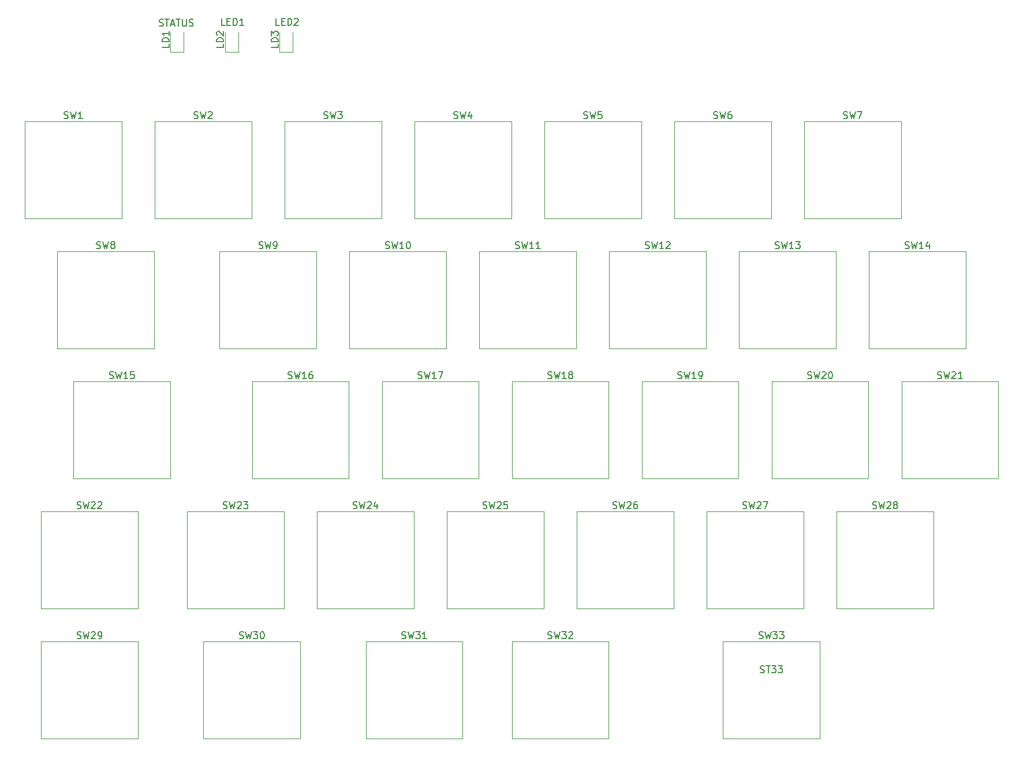
<source format=gbr>
%TF.GenerationSoftware,KiCad,Pcbnew,5.1.10*%
%TF.CreationDate,2021-08-04T23:16:11+02:00*%
%TF.ProjectId,keyboard,6b657962-6f61-4726-942e-6b696361645f,rev?*%
%TF.SameCoordinates,Original*%
%TF.FileFunction,Legend,Top*%
%TF.FilePolarity,Positive*%
%FSLAX46Y46*%
G04 Gerber Fmt 4.6, Leading zero omitted, Abs format (unit mm)*
G04 Created by KiCad (PCBNEW 5.1.10) date 2021-08-04 23:16:11*
%MOMM*%
%LPD*%
G01*
G04 APERTURE LIST*
%ADD10C,0.150000*%
%ADD11C,0.120000*%
G04 APERTURE END LIST*
D10*
X91988409Y-46531361D02*
X92131266Y-46578980D01*
X92369361Y-46578980D01*
X92464600Y-46531361D01*
X92512219Y-46483742D01*
X92559838Y-46388504D01*
X92559838Y-46293266D01*
X92512219Y-46198028D01*
X92464600Y-46150409D01*
X92369361Y-46102790D01*
X92178885Y-46055171D01*
X92083647Y-46007552D01*
X92036028Y-45959933D01*
X91988409Y-45864695D01*
X91988409Y-45769457D01*
X92036028Y-45674219D01*
X92083647Y-45626600D01*
X92178885Y-45578980D01*
X92416980Y-45578980D01*
X92559838Y-45626600D01*
X92845552Y-45578980D02*
X93416980Y-45578980D01*
X93131266Y-46578980D02*
X93131266Y-45578980D01*
X93702695Y-46293266D02*
X94178885Y-46293266D01*
X93607457Y-46578980D02*
X93940790Y-45578980D01*
X94274123Y-46578980D01*
X94464600Y-45578980D02*
X95036028Y-45578980D01*
X94750314Y-46578980D02*
X94750314Y-45578980D01*
X95369361Y-45578980D02*
X95369361Y-46388504D01*
X95416980Y-46483742D01*
X95464600Y-46531361D01*
X95559838Y-46578980D01*
X95750314Y-46578980D01*
X95845552Y-46531361D01*
X95893171Y-46483742D01*
X95940790Y-46388504D01*
X95940790Y-45578980D01*
X96369361Y-46531361D02*
X96512219Y-46578980D01*
X96750314Y-46578980D01*
X96845552Y-46531361D01*
X96893171Y-46483742D01*
X96940790Y-46388504D01*
X96940790Y-46293266D01*
X96893171Y-46198028D01*
X96845552Y-46150409D01*
X96750314Y-46102790D01*
X96559838Y-46055171D01*
X96464600Y-46007552D01*
X96416980Y-45959933D01*
X96369361Y-45864695D01*
X96369361Y-45769457D01*
X96416980Y-45674219D01*
X96464600Y-45626600D01*
X96559838Y-45578980D01*
X96797933Y-45578980D01*
X96940790Y-45626600D01*
X101600552Y-46451980D02*
X101124361Y-46451980D01*
X101124361Y-45451980D01*
X101933885Y-45928171D02*
X102267219Y-45928171D01*
X102410076Y-46451980D02*
X101933885Y-46451980D01*
X101933885Y-45451980D01*
X102410076Y-45451980D01*
X102838647Y-46451980D02*
X102838647Y-45451980D01*
X103076742Y-45451980D01*
X103219600Y-45499600D01*
X103314838Y-45594838D01*
X103362457Y-45690076D01*
X103410076Y-45880552D01*
X103410076Y-46023409D01*
X103362457Y-46213885D01*
X103314838Y-46309123D01*
X103219600Y-46404361D01*
X103076742Y-46451980D01*
X102838647Y-46451980D01*
X104362457Y-46451980D02*
X103791028Y-46451980D01*
X104076742Y-46451980D02*
X104076742Y-45451980D01*
X103981504Y-45594838D01*
X103886266Y-45690076D01*
X103791028Y-45737695D01*
X109601552Y-46451980D02*
X109125361Y-46451980D01*
X109125361Y-45451980D01*
X109934885Y-45928171D02*
X110268219Y-45928171D01*
X110411076Y-46451980D02*
X109934885Y-46451980D01*
X109934885Y-45451980D01*
X110411076Y-45451980D01*
X110839647Y-46451980D02*
X110839647Y-45451980D01*
X111077742Y-45451980D01*
X111220600Y-45499600D01*
X111315838Y-45594838D01*
X111363457Y-45690076D01*
X111411076Y-45880552D01*
X111411076Y-46023409D01*
X111363457Y-46213885D01*
X111315838Y-46309123D01*
X111220600Y-46404361D01*
X111077742Y-46451980D01*
X110839647Y-46451980D01*
X111792028Y-45547219D02*
X111839647Y-45499600D01*
X111934885Y-45451980D01*
X112172980Y-45451980D01*
X112268219Y-45499600D01*
X112315838Y-45547219D01*
X112363457Y-45642457D01*
X112363457Y-45737695D01*
X112315838Y-45880552D01*
X111744409Y-46451980D01*
X112363457Y-46451980D01*
D11*
%TO.C,LD3*%
X109632600Y-47539600D02*
X109632600Y-50399600D01*
X109632600Y-50399600D02*
X111552600Y-50399600D01*
X111552600Y-50399600D02*
X111552600Y-47539600D01*
%TO.C,LD2*%
X101632600Y-47539600D02*
X101632600Y-50399600D01*
X101632600Y-50399600D02*
X103552600Y-50399600D01*
X103552600Y-50399600D02*
X103552600Y-47539600D01*
%TO.C,LD1*%
X95552600Y-50399600D02*
X95552600Y-47539600D01*
X93632600Y-50399600D02*
X95552600Y-50399600D01*
X93632600Y-47539600D02*
X93632600Y-50399600D01*
%TO.C,SW9*%
X100831000Y-79622000D02*
X100831000Y-93822000D01*
X100831000Y-93822000D02*
X115031000Y-93822000D01*
X115031000Y-93822000D02*
X115031000Y-79622000D01*
X115031000Y-79622000D02*
X100831000Y-79622000D01*
%TO.C,SW8*%
X77018500Y-79622000D02*
X77018500Y-93822000D01*
X77018500Y-93822000D02*
X91218500Y-93822000D01*
X91218500Y-93822000D02*
X91218500Y-79622000D01*
X91218500Y-79622000D02*
X77018500Y-79622000D01*
%TO.C,SW7*%
X186556000Y-60572000D02*
X186556000Y-74772000D01*
X186556000Y-74772000D02*
X200756000Y-74772000D01*
X200756000Y-74772000D02*
X200756000Y-60572000D01*
X200756000Y-60572000D02*
X186556000Y-60572000D01*
%TO.C,SW6*%
X167506000Y-60572000D02*
X167506000Y-74772000D01*
X167506000Y-74772000D02*
X181706000Y-74772000D01*
X181706000Y-74772000D02*
X181706000Y-60572000D01*
X181706000Y-60572000D02*
X167506000Y-60572000D01*
%TO.C,SW5*%
X148456000Y-60572000D02*
X148456000Y-74772000D01*
X148456000Y-74772000D02*
X162656000Y-74772000D01*
X162656000Y-74772000D02*
X162656000Y-60572000D01*
X162656000Y-60572000D02*
X148456000Y-60572000D01*
%TO.C,SW4*%
X129406000Y-60572000D02*
X129406000Y-74772000D01*
X129406000Y-74772000D02*
X143606000Y-74772000D01*
X143606000Y-74772000D02*
X143606000Y-60572000D01*
X143606000Y-60572000D02*
X129406000Y-60572000D01*
%TO.C,SW33*%
X174649750Y-136772000D02*
X174649750Y-150972000D01*
X174649750Y-150972000D02*
X188849750Y-150972000D01*
X188849750Y-150972000D02*
X188849750Y-136772000D01*
X188849750Y-136772000D02*
X174649750Y-136772000D01*
%TO.C,SW32*%
X143693500Y-136772000D02*
X143693500Y-150972000D01*
X143693500Y-150972000D02*
X157893500Y-150972000D01*
X157893500Y-150972000D02*
X157893500Y-136772000D01*
X157893500Y-136772000D02*
X143693500Y-136772000D01*
%TO.C,SW31*%
X122262250Y-136772000D02*
X122262250Y-150972000D01*
X122262250Y-150972000D02*
X136462250Y-150972000D01*
X136462250Y-150972000D02*
X136462250Y-136772000D01*
X136462250Y-136772000D02*
X122262250Y-136772000D01*
%TO.C,SW30*%
X98449750Y-136772000D02*
X98449750Y-150972000D01*
X98449750Y-150972000D02*
X112649750Y-150972000D01*
X112649750Y-150972000D02*
X112649750Y-136772000D01*
X112649750Y-136772000D02*
X98449750Y-136772000D01*
%TO.C,SW3*%
X110356000Y-60572000D02*
X110356000Y-74772000D01*
X110356000Y-74772000D02*
X124556000Y-74772000D01*
X124556000Y-74772000D02*
X124556000Y-60572000D01*
X124556000Y-60572000D02*
X110356000Y-60572000D01*
%TO.C,SW29*%
X74637250Y-136772000D02*
X74637250Y-150972000D01*
X74637250Y-150972000D02*
X88837250Y-150972000D01*
X88837250Y-150972000D02*
X88837250Y-136772000D01*
X88837250Y-136772000D02*
X74637250Y-136772000D01*
%TO.C,SW28*%
X191318500Y-117722000D02*
X191318500Y-131922000D01*
X191318500Y-131922000D02*
X205518500Y-131922000D01*
X205518500Y-131922000D02*
X205518500Y-117722000D01*
X205518500Y-117722000D02*
X191318500Y-117722000D01*
%TO.C,SW27*%
X172268500Y-117722000D02*
X172268500Y-131922000D01*
X172268500Y-131922000D02*
X186468500Y-131922000D01*
X186468500Y-131922000D02*
X186468500Y-117722000D01*
X186468500Y-117722000D02*
X172268500Y-117722000D01*
%TO.C,SW26*%
X153218500Y-117722000D02*
X153218500Y-131922000D01*
X153218500Y-131922000D02*
X167418500Y-131922000D01*
X167418500Y-131922000D02*
X167418500Y-117722000D01*
X167418500Y-117722000D02*
X153218500Y-117722000D01*
%TO.C,SW25*%
X134168500Y-117722000D02*
X134168500Y-131922000D01*
X134168500Y-131922000D02*
X148368500Y-131922000D01*
X148368500Y-131922000D02*
X148368500Y-117722000D01*
X148368500Y-117722000D02*
X134168500Y-117722000D01*
%TO.C,SW24*%
X115118500Y-117722000D02*
X115118500Y-131922000D01*
X115118500Y-131922000D02*
X129318500Y-131922000D01*
X129318500Y-131922000D02*
X129318500Y-117722000D01*
X129318500Y-117722000D02*
X115118500Y-117722000D01*
%TO.C,SW23*%
X96068500Y-117722000D02*
X96068500Y-131922000D01*
X96068500Y-131922000D02*
X110268500Y-131922000D01*
X110268500Y-131922000D02*
X110268500Y-117722000D01*
X110268500Y-117722000D02*
X96068500Y-117722000D01*
%TO.C,SW22*%
X74637250Y-117722000D02*
X74637250Y-131922000D01*
X74637250Y-131922000D02*
X88837250Y-131922000D01*
X88837250Y-131922000D02*
X88837250Y-117722000D01*
X88837250Y-117722000D02*
X74637250Y-117722000D01*
%TO.C,SW21*%
X200843500Y-98672000D02*
X200843500Y-112872000D01*
X200843500Y-112872000D02*
X215043500Y-112872000D01*
X215043500Y-112872000D02*
X215043500Y-98672000D01*
X215043500Y-98672000D02*
X200843500Y-98672000D01*
%TO.C,SW20*%
X181793500Y-98672000D02*
X181793500Y-112872000D01*
X181793500Y-112872000D02*
X195993500Y-112872000D01*
X195993500Y-112872000D02*
X195993500Y-98672000D01*
X195993500Y-98672000D02*
X181793500Y-98672000D01*
%TO.C,SW2*%
X91306000Y-60572000D02*
X91306000Y-74772000D01*
X91306000Y-74772000D02*
X105506000Y-74772000D01*
X105506000Y-74772000D02*
X105506000Y-60572000D01*
X105506000Y-60572000D02*
X91306000Y-60572000D01*
%TO.C,SW19*%
X162743500Y-98672000D02*
X162743500Y-112872000D01*
X162743500Y-112872000D02*
X176943500Y-112872000D01*
X176943500Y-112872000D02*
X176943500Y-98672000D01*
X176943500Y-98672000D02*
X162743500Y-98672000D01*
%TO.C,SW18*%
X143693500Y-98672000D02*
X143693500Y-112872000D01*
X143693500Y-112872000D02*
X157893500Y-112872000D01*
X157893500Y-112872000D02*
X157893500Y-98672000D01*
X157893500Y-98672000D02*
X143693500Y-98672000D01*
%TO.C,SW17*%
X124643500Y-98672000D02*
X124643500Y-112872000D01*
X124643500Y-112872000D02*
X138843500Y-112872000D01*
X138843500Y-112872000D02*
X138843500Y-98672000D01*
X138843500Y-98672000D02*
X124643500Y-98672000D01*
%TO.C,SW16*%
X105593500Y-98672000D02*
X105593500Y-112872000D01*
X105593500Y-112872000D02*
X119793500Y-112872000D01*
X119793500Y-112872000D02*
X119793500Y-98672000D01*
X119793500Y-98672000D02*
X105593500Y-98672000D01*
%TO.C,SW15*%
X79399750Y-98672000D02*
X79399750Y-112872000D01*
X79399750Y-112872000D02*
X93599750Y-112872000D01*
X93599750Y-112872000D02*
X93599750Y-98672000D01*
X93599750Y-98672000D02*
X79399750Y-98672000D01*
%TO.C,SW14*%
X196081000Y-79622000D02*
X196081000Y-93822000D01*
X196081000Y-93822000D02*
X210281000Y-93822000D01*
X210281000Y-93822000D02*
X210281000Y-79622000D01*
X210281000Y-79622000D02*
X196081000Y-79622000D01*
%TO.C,SW13*%
X177031000Y-79622000D02*
X177031000Y-93822000D01*
X177031000Y-93822000D02*
X191231000Y-93822000D01*
X191231000Y-93822000D02*
X191231000Y-79622000D01*
X191231000Y-79622000D02*
X177031000Y-79622000D01*
%TO.C,SW12*%
X157981000Y-79622000D02*
X157981000Y-93822000D01*
X157981000Y-93822000D02*
X172181000Y-93822000D01*
X172181000Y-93822000D02*
X172181000Y-79622000D01*
X172181000Y-79622000D02*
X157981000Y-79622000D01*
%TO.C,SW11*%
X138931000Y-79622000D02*
X138931000Y-93822000D01*
X138931000Y-93822000D02*
X153131000Y-93822000D01*
X153131000Y-93822000D02*
X153131000Y-79622000D01*
X153131000Y-79622000D02*
X138931000Y-79622000D01*
%TO.C,SW10*%
X119881000Y-79622000D02*
X119881000Y-93822000D01*
X119881000Y-93822000D02*
X134081000Y-93822000D01*
X134081000Y-93822000D02*
X134081000Y-79622000D01*
X134081000Y-79622000D02*
X119881000Y-79622000D01*
%TO.C,SW1*%
X72256000Y-60572000D02*
X72256000Y-74772000D01*
X72256000Y-74772000D02*
X86456000Y-74772000D01*
X86456000Y-74772000D02*
X86456000Y-60572000D01*
X86456000Y-60572000D02*
X72256000Y-60572000D01*
%TO.C,LD3*%
D10*
X109394980Y-49206266D02*
X109394980Y-49682457D01*
X108394980Y-49682457D01*
X109394980Y-48872933D02*
X108394980Y-48872933D01*
X108394980Y-48634838D01*
X108442600Y-48491980D01*
X108537838Y-48396742D01*
X108633076Y-48349123D01*
X108823552Y-48301504D01*
X108966409Y-48301504D01*
X109156885Y-48349123D01*
X109252123Y-48396742D01*
X109347361Y-48491980D01*
X109394980Y-48634838D01*
X109394980Y-48872933D01*
X108394980Y-47968171D02*
X108394980Y-47349123D01*
X108775933Y-47682457D01*
X108775933Y-47539600D01*
X108823552Y-47444361D01*
X108871171Y-47396742D01*
X108966409Y-47349123D01*
X109204504Y-47349123D01*
X109299742Y-47396742D01*
X109347361Y-47444361D01*
X109394980Y-47539600D01*
X109394980Y-47825314D01*
X109347361Y-47920552D01*
X109299742Y-47968171D01*
%TO.C,LD2*%
X101394980Y-49206266D02*
X101394980Y-49682457D01*
X100394980Y-49682457D01*
X101394980Y-48872933D02*
X100394980Y-48872933D01*
X100394980Y-48634838D01*
X100442600Y-48491980D01*
X100537838Y-48396742D01*
X100633076Y-48349123D01*
X100823552Y-48301504D01*
X100966409Y-48301504D01*
X101156885Y-48349123D01*
X101252123Y-48396742D01*
X101347361Y-48491980D01*
X101394980Y-48634838D01*
X101394980Y-48872933D01*
X100490219Y-47920552D02*
X100442600Y-47872933D01*
X100394980Y-47777695D01*
X100394980Y-47539600D01*
X100442600Y-47444361D01*
X100490219Y-47396742D01*
X100585457Y-47349123D01*
X100680695Y-47349123D01*
X100823552Y-47396742D01*
X101394980Y-47968171D01*
X101394980Y-47349123D01*
%TO.C,LD1*%
X93394980Y-49206266D02*
X93394980Y-49682457D01*
X92394980Y-49682457D01*
X93394980Y-48872933D02*
X92394980Y-48872933D01*
X92394980Y-48634838D01*
X92442600Y-48491980D01*
X92537838Y-48396742D01*
X92633076Y-48349123D01*
X92823552Y-48301504D01*
X92966409Y-48301504D01*
X93156885Y-48349123D01*
X93252123Y-48396742D01*
X93347361Y-48491980D01*
X93394980Y-48634838D01*
X93394980Y-48872933D01*
X93394980Y-47349123D02*
X93394980Y-47920552D01*
X93394980Y-47634838D02*
X92394980Y-47634838D01*
X92537838Y-47730076D01*
X92633076Y-47825314D01*
X92680695Y-47920552D01*
%TO.C,SW9*%
X106597666Y-79126761D02*
X106740523Y-79174380D01*
X106978619Y-79174380D01*
X107073857Y-79126761D01*
X107121476Y-79079142D01*
X107169095Y-78983904D01*
X107169095Y-78888666D01*
X107121476Y-78793428D01*
X107073857Y-78745809D01*
X106978619Y-78698190D01*
X106788142Y-78650571D01*
X106692904Y-78602952D01*
X106645285Y-78555333D01*
X106597666Y-78460095D01*
X106597666Y-78364857D01*
X106645285Y-78269619D01*
X106692904Y-78222000D01*
X106788142Y-78174380D01*
X107026238Y-78174380D01*
X107169095Y-78222000D01*
X107502428Y-78174380D02*
X107740523Y-79174380D01*
X107931000Y-78460095D01*
X108121476Y-79174380D01*
X108359571Y-78174380D01*
X108788142Y-79174380D02*
X108978619Y-79174380D01*
X109073857Y-79126761D01*
X109121476Y-79079142D01*
X109216714Y-78936285D01*
X109264333Y-78745809D01*
X109264333Y-78364857D01*
X109216714Y-78269619D01*
X109169095Y-78222000D01*
X109073857Y-78174380D01*
X108883380Y-78174380D01*
X108788142Y-78222000D01*
X108740523Y-78269619D01*
X108692904Y-78364857D01*
X108692904Y-78602952D01*
X108740523Y-78698190D01*
X108788142Y-78745809D01*
X108883380Y-78793428D01*
X109073857Y-78793428D01*
X109169095Y-78745809D01*
X109216714Y-78698190D01*
X109264333Y-78602952D01*
%TO.C,SW8*%
X82785166Y-79126761D02*
X82928023Y-79174380D01*
X83166119Y-79174380D01*
X83261357Y-79126761D01*
X83308976Y-79079142D01*
X83356595Y-78983904D01*
X83356595Y-78888666D01*
X83308976Y-78793428D01*
X83261357Y-78745809D01*
X83166119Y-78698190D01*
X82975642Y-78650571D01*
X82880404Y-78602952D01*
X82832785Y-78555333D01*
X82785166Y-78460095D01*
X82785166Y-78364857D01*
X82832785Y-78269619D01*
X82880404Y-78222000D01*
X82975642Y-78174380D01*
X83213738Y-78174380D01*
X83356595Y-78222000D01*
X83689928Y-78174380D02*
X83928023Y-79174380D01*
X84118500Y-78460095D01*
X84308976Y-79174380D01*
X84547071Y-78174380D01*
X85070880Y-78602952D02*
X84975642Y-78555333D01*
X84928023Y-78507714D01*
X84880404Y-78412476D01*
X84880404Y-78364857D01*
X84928023Y-78269619D01*
X84975642Y-78222000D01*
X85070880Y-78174380D01*
X85261357Y-78174380D01*
X85356595Y-78222000D01*
X85404214Y-78269619D01*
X85451833Y-78364857D01*
X85451833Y-78412476D01*
X85404214Y-78507714D01*
X85356595Y-78555333D01*
X85261357Y-78602952D01*
X85070880Y-78602952D01*
X84975642Y-78650571D01*
X84928023Y-78698190D01*
X84880404Y-78793428D01*
X84880404Y-78983904D01*
X84928023Y-79079142D01*
X84975642Y-79126761D01*
X85070880Y-79174380D01*
X85261357Y-79174380D01*
X85356595Y-79126761D01*
X85404214Y-79079142D01*
X85451833Y-78983904D01*
X85451833Y-78793428D01*
X85404214Y-78698190D01*
X85356595Y-78650571D01*
X85261357Y-78602952D01*
%TO.C,SW7*%
X192322666Y-60076761D02*
X192465523Y-60124380D01*
X192703619Y-60124380D01*
X192798857Y-60076761D01*
X192846476Y-60029142D01*
X192894095Y-59933904D01*
X192894095Y-59838666D01*
X192846476Y-59743428D01*
X192798857Y-59695809D01*
X192703619Y-59648190D01*
X192513142Y-59600571D01*
X192417904Y-59552952D01*
X192370285Y-59505333D01*
X192322666Y-59410095D01*
X192322666Y-59314857D01*
X192370285Y-59219619D01*
X192417904Y-59172000D01*
X192513142Y-59124380D01*
X192751238Y-59124380D01*
X192894095Y-59172000D01*
X193227428Y-59124380D02*
X193465523Y-60124380D01*
X193656000Y-59410095D01*
X193846476Y-60124380D01*
X194084571Y-59124380D01*
X194370285Y-59124380D02*
X195036952Y-59124380D01*
X194608380Y-60124380D01*
%TO.C,SW6*%
X173272666Y-60076761D02*
X173415523Y-60124380D01*
X173653619Y-60124380D01*
X173748857Y-60076761D01*
X173796476Y-60029142D01*
X173844095Y-59933904D01*
X173844095Y-59838666D01*
X173796476Y-59743428D01*
X173748857Y-59695809D01*
X173653619Y-59648190D01*
X173463142Y-59600571D01*
X173367904Y-59552952D01*
X173320285Y-59505333D01*
X173272666Y-59410095D01*
X173272666Y-59314857D01*
X173320285Y-59219619D01*
X173367904Y-59172000D01*
X173463142Y-59124380D01*
X173701238Y-59124380D01*
X173844095Y-59172000D01*
X174177428Y-59124380D02*
X174415523Y-60124380D01*
X174606000Y-59410095D01*
X174796476Y-60124380D01*
X175034571Y-59124380D01*
X175844095Y-59124380D02*
X175653619Y-59124380D01*
X175558380Y-59172000D01*
X175510761Y-59219619D01*
X175415523Y-59362476D01*
X175367904Y-59552952D01*
X175367904Y-59933904D01*
X175415523Y-60029142D01*
X175463142Y-60076761D01*
X175558380Y-60124380D01*
X175748857Y-60124380D01*
X175844095Y-60076761D01*
X175891714Y-60029142D01*
X175939333Y-59933904D01*
X175939333Y-59695809D01*
X175891714Y-59600571D01*
X175844095Y-59552952D01*
X175748857Y-59505333D01*
X175558380Y-59505333D01*
X175463142Y-59552952D01*
X175415523Y-59600571D01*
X175367904Y-59695809D01*
%TO.C,SW5*%
X154222666Y-60076761D02*
X154365523Y-60124380D01*
X154603619Y-60124380D01*
X154698857Y-60076761D01*
X154746476Y-60029142D01*
X154794095Y-59933904D01*
X154794095Y-59838666D01*
X154746476Y-59743428D01*
X154698857Y-59695809D01*
X154603619Y-59648190D01*
X154413142Y-59600571D01*
X154317904Y-59552952D01*
X154270285Y-59505333D01*
X154222666Y-59410095D01*
X154222666Y-59314857D01*
X154270285Y-59219619D01*
X154317904Y-59172000D01*
X154413142Y-59124380D01*
X154651238Y-59124380D01*
X154794095Y-59172000D01*
X155127428Y-59124380D02*
X155365523Y-60124380D01*
X155556000Y-59410095D01*
X155746476Y-60124380D01*
X155984571Y-59124380D01*
X156841714Y-59124380D02*
X156365523Y-59124380D01*
X156317904Y-59600571D01*
X156365523Y-59552952D01*
X156460761Y-59505333D01*
X156698857Y-59505333D01*
X156794095Y-59552952D01*
X156841714Y-59600571D01*
X156889333Y-59695809D01*
X156889333Y-59933904D01*
X156841714Y-60029142D01*
X156794095Y-60076761D01*
X156698857Y-60124380D01*
X156460761Y-60124380D01*
X156365523Y-60076761D01*
X156317904Y-60029142D01*
%TO.C,SW4*%
X135172666Y-60076761D02*
X135315523Y-60124380D01*
X135553619Y-60124380D01*
X135648857Y-60076761D01*
X135696476Y-60029142D01*
X135744095Y-59933904D01*
X135744095Y-59838666D01*
X135696476Y-59743428D01*
X135648857Y-59695809D01*
X135553619Y-59648190D01*
X135363142Y-59600571D01*
X135267904Y-59552952D01*
X135220285Y-59505333D01*
X135172666Y-59410095D01*
X135172666Y-59314857D01*
X135220285Y-59219619D01*
X135267904Y-59172000D01*
X135363142Y-59124380D01*
X135601238Y-59124380D01*
X135744095Y-59172000D01*
X136077428Y-59124380D02*
X136315523Y-60124380D01*
X136506000Y-59410095D01*
X136696476Y-60124380D01*
X136934571Y-59124380D01*
X137744095Y-59457714D02*
X137744095Y-60124380D01*
X137506000Y-59076761D02*
X137267904Y-59791047D01*
X137886952Y-59791047D01*
%TO.C,SW33*%
X179940226Y-136276761D02*
X180083083Y-136324380D01*
X180321178Y-136324380D01*
X180416416Y-136276761D01*
X180464035Y-136229142D01*
X180511654Y-136133904D01*
X180511654Y-136038666D01*
X180464035Y-135943428D01*
X180416416Y-135895809D01*
X180321178Y-135848190D01*
X180130702Y-135800571D01*
X180035464Y-135752952D01*
X179987845Y-135705333D01*
X179940226Y-135610095D01*
X179940226Y-135514857D01*
X179987845Y-135419619D01*
X180035464Y-135372000D01*
X180130702Y-135324380D01*
X180368797Y-135324380D01*
X180511654Y-135372000D01*
X180844988Y-135324380D02*
X181083083Y-136324380D01*
X181273559Y-135610095D01*
X181464035Y-136324380D01*
X181702130Y-135324380D01*
X181987845Y-135324380D02*
X182606892Y-135324380D01*
X182273559Y-135705333D01*
X182416416Y-135705333D01*
X182511654Y-135752952D01*
X182559273Y-135800571D01*
X182606892Y-135895809D01*
X182606892Y-136133904D01*
X182559273Y-136229142D01*
X182511654Y-136276761D01*
X182416416Y-136324380D01*
X182130702Y-136324380D01*
X182035464Y-136276761D01*
X181987845Y-136229142D01*
X182940226Y-135324380D02*
X183559273Y-135324380D01*
X183225940Y-135705333D01*
X183368797Y-135705333D01*
X183464035Y-135752952D01*
X183511654Y-135800571D01*
X183559273Y-135895809D01*
X183559273Y-136133904D01*
X183511654Y-136229142D01*
X183464035Y-136276761D01*
X183368797Y-136324380D01*
X183083083Y-136324380D01*
X182987845Y-136276761D01*
X182940226Y-136229142D01*
%TO.C,SW32*%
X148983976Y-136276761D02*
X149126833Y-136324380D01*
X149364928Y-136324380D01*
X149460166Y-136276761D01*
X149507785Y-136229142D01*
X149555404Y-136133904D01*
X149555404Y-136038666D01*
X149507785Y-135943428D01*
X149460166Y-135895809D01*
X149364928Y-135848190D01*
X149174452Y-135800571D01*
X149079214Y-135752952D01*
X149031595Y-135705333D01*
X148983976Y-135610095D01*
X148983976Y-135514857D01*
X149031595Y-135419619D01*
X149079214Y-135372000D01*
X149174452Y-135324380D01*
X149412547Y-135324380D01*
X149555404Y-135372000D01*
X149888738Y-135324380D02*
X150126833Y-136324380D01*
X150317309Y-135610095D01*
X150507785Y-136324380D01*
X150745880Y-135324380D01*
X151031595Y-135324380D02*
X151650642Y-135324380D01*
X151317309Y-135705333D01*
X151460166Y-135705333D01*
X151555404Y-135752952D01*
X151603023Y-135800571D01*
X151650642Y-135895809D01*
X151650642Y-136133904D01*
X151603023Y-136229142D01*
X151555404Y-136276761D01*
X151460166Y-136324380D01*
X151174452Y-136324380D01*
X151079214Y-136276761D01*
X151031595Y-136229142D01*
X152031595Y-135419619D02*
X152079214Y-135372000D01*
X152174452Y-135324380D01*
X152412547Y-135324380D01*
X152507785Y-135372000D01*
X152555404Y-135419619D01*
X152603023Y-135514857D01*
X152603023Y-135610095D01*
X152555404Y-135752952D01*
X151983976Y-136324380D01*
X152603023Y-136324380D01*
%TO.C,SW31*%
X127552726Y-136276761D02*
X127695583Y-136324380D01*
X127933678Y-136324380D01*
X128028916Y-136276761D01*
X128076535Y-136229142D01*
X128124154Y-136133904D01*
X128124154Y-136038666D01*
X128076535Y-135943428D01*
X128028916Y-135895809D01*
X127933678Y-135848190D01*
X127743202Y-135800571D01*
X127647964Y-135752952D01*
X127600345Y-135705333D01*
X127552726Y-135610095D01*
X127552726Y-135514857D01*
X127600345Y-135419619D01*
X127647964Y-135372000D01*
X127743202Y-135324380D01*
X127981297Y-135324380D01*
X128124154Y-135372000D01*
X128457488Y-135324380D02*
X128695583Y-136324380D01*
X128886059Y-135610095D01*
X129076535Y-136324380D01*
X129314630Y-135324380D01*
X129600345Y-135324380D02*
X130219392Y-135324380D01*
X129886059Y-135705333D01*
X130028916Y-135705333D01*
X130124154Y-135752952D01*
X130171773Y-135800571D01*
X130219392Y-135895809D01*
X130219392Y-136133904D01*
X130171773Y-136229142D01*
X130124154Y-136276761D01*
X130028916Y-136324380D01*
X129743202Y-136324380D01*
X129647964Y-136276761D01*
X129600345Y-136229142D01*
X131171773Y-136324380D02*
X130600345Y-136324380D01*
X130886059Y-136324380D02*
X130886059Y-135324380D01*
X130790821Y-135467238D01*
X130695583Y-135562476D01*
X130600345Y-135610095D01*
%TO.C,SW30*%
X103740226Y-136276761D02*
X103883083Y-136324380D01*
X104121178Y-136324380D01*
X104216416Y-136276761D01*
X104264035Y-136229142D01*
X104311654Y-136133904D01*
X104311654Y-136038666D01*
X104264035Y-135943428D01*
X104216416Y-135895809D01*
X104121178Y-135848190D01*
X103930702Y-135800571D01*
X103835464Y-135752952D01*
X103787845Y-135705333D01*
X103740226Y-135610095D01*
X103740226Y-135514857D01*
X103787845Y-135419619D01*
X103835464Y-135372000D01*
X103930702Y-135324380D01*
X104168797Y-135324380D01*
X104311654Y-135372000D01*
X104644988Y-135324380D02*
X104883083Y-136324380D01*
X105073559Y-135610095D01*
X105264035Y-136324380D01*
X105502130Y-135324380D01*
X105787845Y-135324380D02*
X106406892Y-135324380D01*
X106073559Y-135705333D01*
X106216416Y-135705333D01*
X106311654Y-135752952D01*
X106359273Y-135800571D01*
X106406892Y-135895809D01*
X106406892Y-136133904D01*
X106359273Y-136229142D01*
X106311654Y-136276761D01*
X106216416Y-136324380D01*
X105930702Y-136324380D01*
X105835464Y-136276761D01*
X105787845Y-136229142D01*
X107025940Y-135324380D02*
X107121178Y-135324380D01*
X107216416Y-135372000D01*
X107264035Y-135419619D01*
X107311654Y-135514857D01*
X107359273Y-135705333D01*
X107359273Y-135943428D01*
X107311654Y-136133904D01*
X107264035Y-136229142D01*
X107216416Y-136276761D01*
X107121178Y-136324380D01*
X107025940Y-136324380D01*
X106930702Y-136276761D01*
X106883083Y-136229142D01*
X106835464Y-136133904D01*
X106787845Y-135943428D01*
X106787845Y-135705333D01*
X106835464Y-135514857D01*
X106883083Y-135419619D01*
X106930702Y-135372000D01*
X107025940Y-135324380D01*
%TO.C,SW3*%
X116122666Y-60076761D02*
X116265523Y-60124380D01*
X116503619Y-60124380D01*
X116598857Y-60076761D01*
X116646476Y-60029142D01*
X116694095Y-59933904D01*
X116694095Y-59838666D01*
X116646476Y-59743428D01*
X116598857Y-59695809D01*
X116503619Y-59648190D01*
X116313142Y-59600571D01*
X116217904Y-59552952D01*
X116170285Y-59505333D01*
X116122666Y-59410095D01*
X116122666Y-59314857D01*
X116170285Y-59219619D01*
X116217904Y-59172000D01*
X116313142Y-59124380D01*
X116551238Y-59124380D01*
X116694095Y-59172000D01*
X117027428Y-59124380D02*
X117265523Y-60124380D01*
X117456000Y-59410095D01*
X117646476Y-60124380D01*
X117884571Y-59124380D01*
X118170285Y-59124380D02*
X118789333Y-59124380D01*
X118456000Y-59505333D01*
X118598857Y-59505333D01*
X118694095Y-59552952D01*
X118741714Y-59600571D01*
X118789333Y-59695809D01*
X118789333Y-59933904D01*
X118741714Y-60029142D01*
X118694095Y-60076761D01*
X118598857Y-60124380D01*
X118313142Y-60124380D01*
X118217904Y-60076761D01*
X118170285Y-60029142D01*
%TO.C,SW29*%
X79927726Y-136276761D02*
X80070583Y-136324380D01*
X80308678Y-136324380D01*
X80403916Y-136276761D01*
X80451535Y-136229142D01*
X80499154Y-136133904D01*
X80499154Y-136038666D01*
X80451535Y-135943428D01*
X80403916Y-135895809D01*
X80308678Y-135848190D01*
X80118202Y-135800571D01*
X80022964Y-135752952D01*
X79975345Y-135705333D01*
X79927726Y-135610095D01*
X79927726Y-135514857D01*
X79975345Y-135419619D01*
X80022964Y-135372000D01*
X80118202Y-135324380D01*
X80356297Y-135324380D01*
X80499154Y-135372000D01*
X80832488Y-135324380D02*
X81070583Y-136324380D01*
X81261059Y-135610095D01*
X81451535Y-136324380D01*
X81689630Y-135324380D01*
X82022964Y-135419619D02*
X82070583Y-135372000D01*
X82165821Y-135324380D01*
X82403916Y-135324380D01*
X82499154Y-135372000D01*
X82546773Y-135419619D01*
X82594392Y-135514857D01*
X82594392Y-135610095D01*
X82546773Y-135752952D01*
X81975345Y-136324380D01*
X82594392Y-136324380D01*
X83070583Y-136324380D02*
X83261059Y-136324380D01*
X83356297Y-136276761D01*
X83403916Y-136229142D01*
X83499154Y-136086285D01*
X83546773Y-135895809D01*
X83546773Y-135514857D01*
X83499154Y-135419619D01*
X83451535Y-135372000D01*
X83356297Y-135324380D01*
X83165821Y-135324380D01*
X83070583Y-135372000D01*
X83022964Y-135419619D01*
X82975345Y-135514857D01*
X82975345Y-135752952D01*
X83022964Y-135848190D01*
X83070583Y-135895809D01*
X83165821Y-135943428D01*
X83356297Y-135943428D01*
X83451535Y-135895809D01*
X83499154Y-135848190D01*
X83546773Y-135752952D01*
%TO.C,SW28*%
X196608976Y-117226761D02*
X196751833Y-117274380D01*
X196989928Y-117274380D01*
X197085166Y-117226761D01*
X197132785Y-117179142D01*
X197180404Y-117083904D01*
X197180404Y-116988666D01*
X197132785Y-116893428D01*
X197085166Y-116845809D01*
X196989928Y-116798190D01*
X196799452Y-116750571D01*
X196704214Y-116702952D01*
X196656595Y-116655333D01*
X196608976Y-116560095D01*
X196608976Y-116464857D01*
X196656595Y-116369619D01*
X196704214Y-116322000D01*
X196799452Y-116274380D01*
X197037547Y-116274380D01*
X197180404Y-116322000D01*
X197513738Y-116274380D02*
X197751833Y-117274380D01*
X197942309Y-116560095D01*
X198132785Y-117274380D01*
X198370880Y-116274380D01*
X198704214Y-116369619D02*
X198751833Y-116322000D01*
X198847071Y-116274380D01*
X199085166Y-116274380D01*
X199180404Y-116322000D01*
X199228023Y-116369619D01*
X199275642Y-116464857D01*
X199275642Y-116560095D01*
X199228023Y-116702952D01*
X198656595Y-117274380D01*
X199275642Y-117274380D01*
X199847071Y-116702952D02*
X199751833Y-116655333D01*
X199704214Y-116607714D01*
X199656595Y-116512476D01*
X199656595Y-116464857D01*
X199704214Y-116369619D01*
X199751833Y-116322000D01*
X199847071Y-116274380D01*
X200037547Y-116274380D01*
X200132785Y-116322000D01*
X200180404Y-116369619D01*
X200228023Y-116464857D01*
X200228023Y-116512476D01*
X200180404Y-116607714D01*
X200132785Y-116655333D01*
X200037547Y-116702952D01*
X199847071Y-116702952D01*
X199751833Y-116750571D01*
X199704214Y-116798190D01*
X199656595Y-116893428D01*
X199656595Y-117083904D01*
X199704214Y-117179142D01*
X199751833Y-117226761D01*
X199847071Y-117274380D01*
X200037547Y-117274380D01*
X200132785Y-117226761D01*
X200180404Y-117179142D01*
X200228023Y-117083904D01*
X200228023Y-116893428D01*
X200180404Y-116798190D01*
X200132785Y-116750571D01*
X200037547Y-116702952D01*
%TO.C,SW27*%
X177558976Y-117226761D02*
X177701833Y-117274380D01*
X177939928Y-117274380D01*
X178035166Y-117226761D01*
X178082785Y-117179142D01*
X178130404Y-117083904D01*
X178130404Y-116988666D01*
X178082785Y-116893428D01*
X178035166Y-116845809D01*
X177939928Y-116798190D01*
X177749452Y-116750571D01*
X177654214Y-116702952D01*
X177606595Y-116655333D01*
X177558976Y-116560095D01*
X177558976Y-116464857D01*
X177606595Y-116369619D01*
X177654214Y-116322000D01*
X177749452Y-116274380D01*
X177987547Y-116274380D01*
X178130404Y-116322000D01*
X178463738Y-116274380D02*
X178701833Y-117274380D01*
X178892309Y-116560095D01*
X179082785Y-117274380D01*
X179320880Y-116274380D01*
X179654214Y-116369619D02*
X179701833Y-116322000D01*
X179797071Y-116274380D01*
X180035166Y-116274380D01*
X180130404Y-116322000D01*
X180178023Y-116369619D01*
X180225642Y-116464857D01*
X180225642Y-116560095D01*
X180178023Y-116702952D01*
X179606595Y-117274380D01*
X180225642Y-117274380D01*
X180558976Y-116274380D02*
X181225642Y-116274380D01*
X180797071Y-117274380D01*
%TO.C,SW26*%
X158508976Y-117226761D02*
X158651833Y-117274380D01*
X158889928Y-117274380D01*
X158985166Y-117226761D01*
X159032785Y-117179142D01*
X159080404Y-117083904D01*
X159080404Y-116988666D01*
X159032785Y-116893428D01*
X158985166Y-116845809D01*
X158889928Y-116798190D01*
X158699452Y-116750571D01*
X158604214Y-116702952D01*
X158556595Y-116655333D01*
X158508976Y-116560095D01*
X158508976Y-116464857D01*
X158556595Y-116369619D01*
X158604214Y-116322000D01*
X158699452Y-116274380D01*
X158937547Y-116274380D01*
X159080404Y-116322000D01*
X159413738Y-116274380D02*
X159651833Y-117274380D01*
X159842309Y-116560095D01*
X160032785Y-117274380D01*
X160270880Y-116274380D01*
X160604214Y-116369619D02*
X160651833Y-116322000D01*
X160747071Y-116274380D01*
X160985166Y-116274380D01*
X161080404Y-116322000D01*
X161128023Y-116369619D01*
X161175642Y-116464857D01*
X161175642Y-116560095D01*
X161128023Y-116702952D01*
X160556595Y-117274380D01*
X161175642Y-117274380D01*
X162032785Y-116274380D02*
X161842309Y-116274380D01*
X161747071Y-116322000D01*
X161699452Y-116369619D01*
X161604214Y-116512476D01*
X161556595Y-116702952D01*
X161556595Y-117083904D01*
X161604214Y-117179142D01*
X161651833Y-117226761D01*
X161747071Y-117274380D01*
X161937547Y-117274380D01*
X162032785Y-117226761D01*
X162080404Y-117179142D01*
X162128023Y-117083904D01*
X162128023Y-116845809D01*
X162080404Y-116750571D01*
X162032785Y-116702952D01*
X161937547Y-116655333D01*
X161747071Y-116655333D01*
X161651833Y-116702952D01*
X161604214Y-116750571D01*
X161556595Y-116845809D01*
%TO.C,SW25*%
X139458976Y-117226761D02*
X139601833Y-117274380D01*
X139839928Y-117274380D01*
X139935166Y-117226761D01*
X139982785Y-117179142D01*
X140030404Y-117083904D01*
X140030404Y-116988666D01*
X139982785Y-116893428D01*
X139935166Y-116845809D01*
X139839928Y-116798190D01*
X139649452Y-116750571D01*
X139554214Y-116702952D01*
X139506595Y-116655333D01*
X139458976Y-116560095D01*
X139458976Y-116464857D01*
X139506595Y-116369619D01*
X139554214Y-116322000D01*
X139649452Y-116274380D01*
X139887547Y-116274380D01*
X140030404Y-116322000D01*
X140363738Y-116274380D02*
X140601833Y-117274380D01*
X140792309Y-116560095D01*
X140982785Y-117274380D01*
X141220880Y-116274380D01*
X141554214Y-116369619D02*
X141601833Y-116322000D01*
X141697071Y-116274380D01*
X141935166Y-116274380D01*
X142030404Y-116322000D01*
X142078023Y-116369619D01*
X142125642Y-116464857D01*
X142125642Y-116560095D01*
X142078023Y-116702952D01*
X141506595Y-117274380D01*
X142125642Y-117274380D01*
X143030404Y-116274380D02*
X142554214Y-116274380D01*
X142506595Y-116750571D01*
X142554214Y-116702952D01*
X142649452Y-116655333D01*
X142887547Y-116655333D01*
X142982785Y-116702952D01*
X143030404Y-116750571D01*
X143078023Y-116845809D01*
X143078023Y-117083904D01*
X143030404Y-117179142D01*
X142982785Y-117226761D01*
X142887547Y-117274380D01*
X142649452Y-117274380D01*
X142554214Y-117226761D01*
X142506595Y-117179142D01*
%TO.C,SW24*%
X120408976Y-117226761D02*
X120551833Y-117274380D01*
X120789928Y-117274380D01*
X120885166Y-117226761D01*
X120932785Y-117179142D01*
X120980404Y-117083904D01*
X120980404Y-116988666D01*
X120932785Y-116893428D01*
X120885166Y-116845809D01*
X120789928Y-116798190D01*
X120599452Y-116750571D01*
X120504214Y-116702952D01*
X120456595Y-116655333D01*
X120408976Y-116560095D01*
X120408976Y-116464857D01*
X120456595Y-116369619D01*
X120504214Y-116322000D01*
X120599452Y-116274380D01*
X120837547Y-116274380D01*
X120980404Y-116322000D01*
X121313738Y-116274380D02*
X121551833Y-117274380D01*
X121742309Y-116560095D01*
X121932785Y-117274380D01*
X122170880Y-116274380D01*
X122504214Y-116369619D02*
X122551833Y-116322000D01*
X122647071Y-116274380D01*
X122885166Y-116274380D01*
X122980404Y-116322000D01*
X123028023Y-116369619D01*
X123075642Y-116464857D01*
X123075642Y-116560095D01*
X123028023Y-116702952D01*
X122456595Y-117274380D01*
X123075642Y-117274380D01*
X123932785Y-116607714D02*
X123932785Y-117274380D01*
X123694690Y-116226761D02*
X123456595Y-116941047D01*
X124075642Y-116941047D01*
%TO.C,SW23*%
X101358976Y-117226761D02*
X101501833Y-117274380D01*
X101739928Y-117274380D01*
X101835166Y-117226761D01*
X101882785Y-117179142D01*
X101930404Y-117083904D01*
X101930404Y-116988666D01*
X101882785Y-116893428D01*
X101835166Y-116845809D01*
X101739928Y-116798190D01*
X101549452Y-116750571D01*
X101454214Y-116702952D01*
X101406595Y-116655333D01*
X101358976Y-116560095D01*
X101358976Y-116464857D01*
X101406595Y-116369619D01*
X101454214Y-116322000D01*
X101549452Y-116274380D01*
X101787547Y-116274380D01*
X101930404Y-116322000D01*
X102263738Y-116274380D02*
X102501833Y-117274380D01*
X102692309Y-116560095D01*
X102882785Y-117274380D01*
X103120880Y-116274380D01*
X103454214Y-116369619D02*
X103501833Y-116322000D01*
X103597071Y-116274380D01*
X103835166Y-116274380D01*
X103930404Y-116322000D01*
X103978023Y-116369619D01*
X104025642Y-116464857D01*
X104025642Y-116560095D01*
X103978023Y-116702952D01*
X103406595Y-117274380D01*
X104025642Y-117274380D01*
X104358976Y-116274380D02*
X104978023Y-116274380D01*
X104644690Y-116655333D01*
X104787547Y-116655333D01*
X104882785Y-116702952D01*
X104930404Y-116750571D01*
X104978023Y-116845809D01*
X104978023Y-117083904D01*
X104930404Y-117179142D01*
X104882785Y-117226761D01*
X104787547Y-117274380D01*
X104501833Y-117274380D01*
X104406595Y-117226761D01*
X104358976Y-117179142D01*
%TO.C,SW22*%
X79927726Y-117226761D02*
X80070583Y-117274380D01*
X80308678Y-117274380D01*
X80403916Y-117226761D01*
X80451535Y-117179142D01*
X80499154Y-117083904D01*
X80499154Y-116988666D01*
X80451535Y-116893428D01*
X80403916Y-116845809D01*
X80308678Y-116798190D01*
X80118202Y-116750571D01*
X80022964Y-116702952D01*
X79975345Y-116655333D01*
X79927726Y-116560095D01*
X79927726Y-116464857D01*
X79975345Y-116369619D01*
X80022964Y-116322000D01*
X80118202Y-116274380D01*
X80356297Y-116274380D01*
X80499154Y-116322000D01*
X80832488Y-116274380D02*
X81070583Y-117274380D01*
X81261059Y-116560095D01*
X81451535Y-117274380D01*
X81689630Y-116274380D01*
X82022964Y-116369619D02*
X82070583Y-116322000D01*
X82165821Y-116274380D01*
X82403916Y-116274380D01*
X82499154Y-116322000D01*
X82546773Y-116369619D01*
X82594392Y-116464857D01*
X82594392Y-116560095D01*
X82546773Y-116702952D01*
X81975345Y-117274380D01*
X82594392Y-117274380D01*
X82975345Y-116369619D02*
X83022964Y-116322000D01*
X83118202Y-116274380D01*
X83356297Y-116274380D01*
X83451535Y-116322000D01*
X83499154Y-116369619D01*
X83546773Y-116464857D01*
X83546773Y-116560095D01*
X83499154Y-116702952D01*
X82927726Y-117274380D01*
X83546773Y-117274380D01*
%TO.C,SW21*%
X206133976Y-98176761D02*
X206276833Y-98224380D01*
X206514928Y-98224380D01*
X206610166Y-98176761D01*
X206657785Y-98129142D01*
X206705404Y-98033904D01*
X206705404Y-97938666D01*
X206657785Y-97843428D01*
X206610166Y-97795809D01*
X206514928Y-97748190D01*
X206324452Y-97700571D01*
X206229214Y-97652952D01*
X206181595Y-97605333D01*
X206133976Y-97510095D01*
X206133976Y-97414857D01*
X206181595Y-97319619D01*
X206229214Y-97272000D01*
X206324452Y-97224380D01*
X206562547Y-97224380D01*
X206705404Y-97272000D01*
X207038738Y-97224380D02*
X207276833Y-98224380D01*
X207467309Y-97510095D01*
X207657785Y-98224380D01*
X207895880Y-97224380D01*
X208229214Y-97319619D02*
X208276833Y-97272000D01*
X208372071Y-97224380D01*
X208610166Y-97224380D01*
X208705404Y-97272000D01*
X208753023Y-97319619D01*
X208800642Y-97414857D01*
X208800642Y-97510095D01*
X208753023Y-97652952D01*
X208181595Y-98224380D01*
X208800642Y-98224380D01*
X209753023Y-98224380D02*
X209181595Y-98224380D01*
X209467309Y-98224380D02*
X209467309Y-97224380D01*
X209372071Y-97367238D01*
X209276833Y-97462476D01*
X209181595Y-97510095D01*
%TO.C,SW20*%
X187083976Y-98176761D02*
X187226833Y-98224380D01*
X187464928Y-98224380D01*
X187560166Y-98176761D01*
X187607785Y-98129142D01*
X187655404Y-98033904D01*
X187655404Y-97938666D01*
X187607785Y-97843428D01*
X187560166Y-97795809D01*
X187464928Y-97748190D01*
X187274452Y-97700571D01*
X187179214Y-97652952D01*
X187131595Y-97605333D01*
X187083976Y-97510095D01*
X187083976Y-97414857D01*
X187131595Y-97319619D01*
X187179214Y-97272000D01*
X187274452Y-97224380D01*
X187512547Y-97224380D01*
X187655404Y-97272000D01*
X187988738Y-97224380D02*
X188226833Y-98224380D01*
X188417309Y-97510095D01*
X188607785Y-98224380D01*
X188845880Y-97224380D01*
X189179214Y-97319619D02*
X189226833Y-97272000D01*
X189322071Y-97224380D01*
X189560166Y-97224380D01*
X189655404Y-97272000D01*
X189703023Y-97319619D01*
X189750642Y-97414857D01*
X189750642Y-97510095D01*
X189703023Y-97652952D01*
X189131595Y-98224380D01*
X189750642Y-98224380D01*
X190369690Y-97224380D02*
X190464928Y-97224380D01*
X190560166Y-97272000D01*
X190607785Y-97319619D01*
X190655404Y-97414857D01*
X190703023Y-97605333D01*
X190703023Y-97843428D01*
X190655404Y-98033904D01*
X190607785Y-98129142D01*
X190560166Y-98176761D01*
X190464928Y-98224380D01*
X190369690Y-98224380D01*
X190274452Y-98176761D01*
X190226833Y-98129142D01*
X190179214Y-98033904D01*
X190131595Y-97843428D01*
X190131595Y-97605333D01*
X190179214Y-97414857D01*
X190226833Y-97319619D01*
X190274452Y-97272000D01*
X190369690Y-97224380D01*
%TO.C,SW2*%
X97072666Y-60076761D02*
X97215523Y-60124380D01*
X97453619Y-60124380D01*
X97548857Y-60076761D01*
X97596476Y-60029142D01*
X97644095Y-59933904D01*
X97644095Y-59838666D01*
X97596476Y-59743428D01*
X97548857Y-59695809D01*
X97453619Y-59648190D01*
X97263142Y-59600571D01*
X97167904Y-59552952D01*
X97120285Y-59505333D01*
X97072666Y-59410095D01*
X97072666Y-59314857D01*
X97120285Y-59219619D01*
X97167904Y-59172000D01*
X97263142Y-59124380D01*
X97501238Y-59124380D01*
X97644095Y-59172000D01*
X97977428Y-59124380D02*
X98215523Y-60124380D01*
X98406000Y-59410095D01*
X98596476Y-60124380D01*
X98834571Y-59124380D01*
X99167904Y-59219619D02*
X99215523Y-59172000D01*
X99310761Y-59124380D01*
X99548857Y-59124380D01*
X99644095Y-59172000D01*
X99691714Y-59219619D01*
X99739333Y-59314857D01*
X99739333Y-59410095D01*
X99691714Y-59552952D01*
X99120285Y-60124380D01*
X99739333Y-60124380D01*
%TO.C,SW19*%
X168033976Y-98176761D02*
X168176833Y-98224380D01*
X168414928Y-98224380D01*
X168510166Y-98176761D01*
X168557785Y-98129142D01*
X168605404Y-98033904D01*
X168605404Y-97938666D01*
X168557785Y-97843428D01*
X168510166Y-97795809D01*
X168414928Y-97748190D01*
X168224452Y-97700571D01*
X168129214Y-97652952D01*
X168081595Y-97605333D01*
X168033976Y-97510095D01*
X168033976Y-97414857D01*
X168081595Y-97319619D01*
X168129214Y-97272000D01*
X168224452Y-97224380D01*
X168462547Y-97224380D01*
X168605404Y-97272000D01*
X168938738Y-97224380D02*
X169176833Y-98224380D01*
X169367309Y-97510095D01*
X169557785Y-98224380D01*
X169795880Y-97224380D01*
X170700642Y-98224380D02*
X170129214Y-98224380D01*
X170414928Y-98224380D02*
X170414928Y-97224380D01*
X170319690Y-97367238D01*
X170224452Y-97462476D01*
X170129214Y-97510095D01*
X171176833Y-98224380D02*
X171367309Y-98224380D01*
X171462547Y-98176761D01*
X171510166Y-98129142D01*
X171605404Y-97986285D01*
X171653023Y-97795809D01*
X171653023Y-97414857D01*
X171605404Y-97319619D01*
X171557785Y-97272000D01*
X171462547Y-97224380D01*
X171272071Y-97224380D01*
X171176833Y-97272000D01*
X171129214Y-97319619D01*
X171081595Y-97414857D01*
X171081595Y-97652952D01*
X171129214Y-97748190D01*
X171176833Y-97795809D01*
X171272071Y-97843428D01*
X171462547Y-97843428D01*
X171557785Y-97795809D01*
X171605404Y-97748190D01*
X171653023Y-97652952D01*
%TO.C,SW18*%
X148983976Y-98176761D02*
X149126833Y-98224380D01*
X149364928Y-98224380D01*
X149460166Y-98176761D01*
X149507785Y-98129142D01*
X149555404Y-98033904D01*
X149555404Y-97938666D01*
X149507785Y-97843428D01*
X149460166Y-97795809D01*
X149364928Y-97748190D01*
X149174452Y-97700571D01*
X149079214Y-97652952D01*
X149031595Y-97605333D01*
X148983976Y-97510095D01*
X148983976Y-97414857D01*
X149031595Y-97319619D01*
X149079214Y-97272000D01*
X149174452Y-97224380D01*
X149412547Y-97224380D01*
X149555404Y-97272000D01*
X149888738Y-97224380D02*
X150126833Y-98224380D01*
X150317309Y-97510095D01*
X150507785Y-98224380D01*
X150745880Y-97224380D01*
X151650642Y-98224380D02*
X151079214Y-98224380D01*
X151364928Y-98224380D02*
X151364928Y-97224380D01*
X151269690Y-97367238D01*
X151174452Y-97462476D01*
X151079214Y-97510095D01*
X152222071Y-97652952D02*
X152126833Y-97605333D01*
X152079214Y-97557714D01*
X152031595Y-97462476D01*
X152031595Y-97414857D01*
X152079214Y-97319619D01*
X152126833Y-97272000D01*
X152222071Y-97224380D01*
X152412547Y-97224380D01*
X152507785Y-97272000D01*
X152555404Y-97319619D01*
X152603023Y-97414857D01*
X152603023Y-97462476D01*
X152555404Y-97557714D01*
X152507785Y-97605333D01*
X152412547Y-97652952D01*
X152222071Y-97652952D01*
X152126833Y-97700571D01*
X152079214Y-97748190D01*
X152031595Y-97843428D01*
X152031595Y-98033904D01*
X152079214Y-98129142D01*
X152126833Y-98176761D01*
X152222071Y-98224380D01*
X152412547Y-98224380D01*
X152507785Y-98176761D01*
X152555404Y-98129142D01*
X152603023Y-98033904D01*
X152603023Y-97843428D01*
X152555404Y-97748190D01*
X152507785Y-97700571D01*
X152412547Y-97652952D01*
%TO.C,SW17*%
X129933976Y-98176761D02*
X130076833Y-98224380D01*
X130314928Y-98224380D01*
X130410166Y-98176761D01*
X130457785Y-98129142D01*
X130505404Y-98033904D01*
X130505404Y-97938666D01*
X130457785Y-97843428D01*
X130410166Y-97795809D01*
X130314928Y-97748190D01*
X130124452Y-97700571D01*
X130029214Y-97652952D01*
X129981595Y-97605333D01*
X129933976Y-97510095D01*
X129933976Y-97414857D01*
X129981595Y-97319619D01*
X130029214Y-97272000D01*
X130124452Y-97224380D01*
X130362547Y-97224380D01*
X130505404Y-97272000D01*
X130838738Y-97224380D02*
X131076833Y-98224380D01*
X131267309Y-97510095D01*
X131457785Y-98224380D01*
X131695880Y-97224380D01*
X132600642Y-98224380D02*
X132029214Y-98224380D01*
X132314928Y-98224380D02*
X132314928Y-97224380D01*
X132219690Y-97367238D01*
X132124452Y-97462476D01*
X132029214Y-97510095D01*
X132933976Y-97224380D02*
X133600642Y-97224380D01*
X133172071Y-98224380D01*
%TO.C,SW16*%
X110883976Y-98176761D02*
X111026833Y-98224380D01*
X111264928Y-98224380D01*
X111360166Y-98176761D01*
X111407785Y-98129142D01*
X111455404Y-98033904D01*
X111455404Y-97938666D01*
X111407785Y-97843428D01*
X111360166Y-97795809D01*
X111264928Y-97748190D01*
X111074452Y-97700571D01*
X110979214Y-97652952D01*
X110931595Y-97605333D01*
X110883976Y-97510095D01*
X110883976Y-97414857D01*
X110931595Y-97319619D01*
X110979214Y-97272000D01*
X111074452Y-97224380D01*
X111312547Y-97224380D01*
X111455404Y-97272000D01*
X111788738Y-97224380D02*
X112026833Y-98224380D01*
X112217309Y-97510095D01*
X112407785Y-98224380D01*
X112645880Y-97224380D01*
X113550642Y-98224380D02*
X112979214Y-98224380D01*
X113264928Y-98224380D02*
X113264928Y-97224380D01*
X113169690Y-97367238D01*
X113074452Y-97462476D01*
X112979214Y-97510095D01*
X114407785Y-97224380D02*
X114217309Y-97224380D01*
X114122071Y-97272000D01*
X114074452Y-97319619D01*
X113979214Y-97462476D01*
X113931595Y-97652952D01*
X113931595Y-98033904D01*
X113979214Y-98129142D01*
X114026833Y-98176761D01*
X114122071Y-98224380D01*
X114312547Y-98224380D01*
X114407785Y-98176761D01*
X114455404Y-98129142D01*
X114503023Y-98033904D01*
X114503023Y-97795809D01*
X114455404Y-97700571D01*
X114407785Y-97652952D01*
X114312547Y-97605333D01*
X114122071Y-97605333D01*
X114026833Y-97652952D01*
X113979214Y-97700571D01*
X113931595Y-97795809D01*
%TO.C,SW15*%
X84690226Y-98176761D02*
X84833083Y-98224380D01*
X85071178Y-98224380D01*
X85166416Y-98176761D01*
X85214035Y-98129142D01*
X85261654Y-98033904D01*
X85261654Y-97938666D01*
X85214035Y-97843428D01*
X85166416Y-97795809D01*
X85071178Y-97748190D01*
X84880702Y-97700571D01*
X84785464Y-97652952D01*
X84737845Y-97605333D01*
X84690226Y-97510095D01*
X84690226Y-97414857D01*
X84737845Y-97319619D01*
X84785464Y-97272000D01*
X84880702Y-97224380D01*
X85118797Y-97224380D01*
X85261654Y-97272000D01*
X85594988Y-97224380D02*
X85833083Y-98224380D01*
X86023559Y-97510095D01*
X86214035Y-98224380D01*
X86452130Y-97224380D01*
X87356892Y-98224380D02*
X86785464Y-98224380D01*
X87071178Y-98224380D02*
X87071178Y-97224380D01*
X86975940Y-97367238D01*
X86880702Y-97462476D01*
X86785464Y-97510095D01*
X88261654Y-97224380D02*
X87785464Y-97224380D01*
X87737845Y-97700571D01*
X87785464Y-97652952D01*
X87880702Y-97605333D01*
X88118797Y-97605333D01*
X88214035Y-97652952D01*
X88261654Y-97700571D01*
X88309273Y-97795809D01*
X88309273Y-98033904D01*
X88261654Y-98129142D01*
X88214035Y-98176761D01*
X88118797Y-98224380D01*
X87880702Y-98224380D01*
X87785464Y-98176761D01*
X87737845Y-98129142D01*
%TO.C,SW14*%
X201371476Y-79126761D02*
X201514333Y-79174380D01*
X201752428Y-79174380D01*
X201847666Y-79126761D01*
X201895285Y-79079142D01*
X201942904Y-78983904D01*
X201942904Y-78888666D01*
X201895285Y-78793428D01*
X201847666Y-78745809D01*
X201752428Y-78698190D01*
X201561952Y-78650571D01*
X201466714Y-78602952D01*
X201419095Y-78555333D01*
X201371476Y-78460095D01*
X201371476Y-78364857D01*
X201419095Y-78269619D01*
X201466714Y-78222000D01*
X201561952Y-78174380D01*
X201800047Y-78174380D01*
X201942904Y-78222000D01*
X202276238Y-78174380D02*
X202514333Y-79174380D01*
X202704809Y-78460095D01*
X202895285Y-79174380D01*
X203133380Y-78174380D01*
X204038142Y-79174380D02*
X203466714Y-79174380D01*
X203752428Y-79174380D02*
X203752428Y-78174380D01*
X203657190Y-78317238D01*
X203561952Y-78412476D01*
X203466714Y-78460095D01*
X204895285Y-78507714D02*
X204895285Y-79174380D01*
X204657190Y-78126761D02*
X204419095Y-78841047D01*
X205038142Y-78841047D01*
%TO.C,SW13*%
X182321476Y-79126761D02*
X182464333Y-79174380D01*
X182702428Y-79174380D01*
X182797666Y-79126761D01*
X182845285Y-79079142D01*
X182892904Y-78983904D01*
X182892904Y-78888666D01*
X182845285Y-78793428D01*
X182797666Y-78745809D01*
X182702428Y-78698190D01*
X182511952Y-78650571D01*
X182416714Y-78602952D01*
X182369095Y-78555333D01*
X182321476Y-78460095D01*
X182321476Y-78364857D01*
X182369095Y-78269619D01*
X182416714Y-78222000D01*
X182511952Y-78174380D01*
X182750047Y-78174380D01*
X182892904Y-78222000D01*
X183226238Y-78174380D02*
X183464333Y-79174380D01*
X183654809Y-78460095D01*
X183845285Y-79174380D01*
X184083380Y-78174380D01*
X184988142Y-79174380D02*
X184416714Y-79174380D01*
X184702428Y-79174380D02*
X184702428Y-78174380D01*
X184607190Y-78317238D01*
X184511952Y-78412476D01*
X184416714Y-78460095D01*
X185321476Y-78174380D02*
X185940523Y-78174380D01*
X185607190Y-78555333D01*
X185750047Y-78555333D01*
X185845285Y-78602952D01*
X185892904Y-78650571D01*
X185940523Y-78745809D01*
X185940523Y-78983904D01*
X185892904Y-79079142D01*
X185845285Y-79126761D01*
X185750047Y-79174380D01*
X185464333Y-79174380D01*
X185369095Y-79126761D01*
X185321476Y-79079142D01*
%TO.C,SW12*%
X163271476Y-79126761D02*
X163414333Y-79174380D01*
X163652428Y-79174380D01*
X163747666Y-79126761D01*
X163795285Y-79079142D01*
X163842904Y-78983904D01*
X163842904Y-78888666D01*
X163795285Y-78793428D01*
X163747666Y-78745809D01*
X163652428Y-78698190D01*
X163461952Y-78650571D01*
X163366714Y-78602952D01*
X163319095Y-78555333D01*
X163271476Y-78460095D01*
X163271476Y-78364857D01*
X163319095Y-78269619D01*
X163366714Y-78222000D01*
X163461952Y-78174380D01*
X163700047Y-78174380D01*
X163842904Y-78222000D01*
X164176238Y-78174380D02*
X164414333Y-79174380D01*
X164604809Y-78460095D01*
X164795285Y-79174380D01*
X165033380Y-78174380D01*
X165938142Y-79174380D02*
X165366714Y-79174380D01*
X165652428Y-79174380D02*
X165652428Y-78174380D01*
X165557190Y-78317238D01*
X165461952Y-78412476D01*
X165366714Y-78460095D01*
X166319095Y-78269619D02*
X166366714Y-78222000D01*
X166461952Y-78174380D01*
X166700047Y-78174380D01*
X166795285Y-78222000D01*
X166842904Y-78269619D01*
X166890523Y-78364857D01*
X166890523Y-78460095D01*
X166842904Y-78602952D01*
X166271476Y-79174380D01*
X166890523Y-79174380D01*
%TO.C,SW11*%
X144221476Y-79126761D02*
X144364333Y-79174380D01*
X144602428Y-79174380D01*
X144697666Y-79126761D01*
X144745285Y-79079142D01*
X144792904Y-78983904D01*
X144792904Y-78888666D01*
X144745285Y-78793428D01*
X144697666Y-78745809D01*
X144602428Y-78698190D01*
X144411952Y-78650571D01*
X144316714Y-78602952D01*
X144269095Y-78555333D01*
X144221476Y-78460095D01*
X144221476Y-78364857D01*
X144269095Y-78269619D01*
X144316714Y-78222000D01*
X144411952Y-78174380D01*
X144650047Y-78174380D01*
X144792904Y-78222000D01*
X145126238Y-78174380D02*
X145364333Y-79174380D01*
X145554809Y-78460095D01*
X145745285Y-79174380D01*
X145983380Y-78174380D01*
X146888142Y-79174380D02*
X146316714Y-79174380D01*
X146602428Y-79174380D02*
X146602428Y-78174380D01*
X146507190Y-78317238D01*
X146411952Y-78412476D01*
X146316714Y-78460095D01*
X147840523Y-79174380D02*
X147269095Y-79174380D01*
X147554809Y-79174380D02*
X147554809Y-78174380D01*
X147459571Y-78317238D01*
X147364333Y-78412476D01*
X147269095Y-78460095D01*
%TO.C,SW10*%
X125171476Y-79126761D02*
X125314333Y-79174380D01*
X125552428Y-79174380D01*
X125647666Y-79126761D01*
X125695285Y-79079142D01*
X125742904Y-78983904D01*
X125742904Y-78888666D01*
X125695285Y-78793428D01*
X125647666Y-78745809D01*
X125552428Y-78698190D01*
X125361952Y-78650571D01*
X125266714Y-78602952D01*
X125219095Y-78555333D01*
X125171476Y-78460095D01*
X125171476Y-78364857D01*
X125219095Y-78269619D01*
X125266714Y-78222000D01*
X125361952Y-78174380D01*
X125600047Y-78174380D01*
X125742904Y-78222000D01*
X126076238Y-78174380D02*
X126314333Y-79174380D01*
X126504809Y-78460095D01*
X126695285Y-79174380D01*
X126933380Y-78174380D01*
X127838142Y-79174380D02*
X127266714Y-79174380D01*
X127552428Y-79174380D02*
X127552428Y-78174380D01*
X127457190Y-78317238D01*
X127361952Y-78412476D01*
X127266714Y-78460095D01*
X128457190Y-78174380D02*
X128552428Y-78174380D01*
X128647666Y-78222000D01*
X128695285Y-78269619D01*
X128742904Y-78364857D01*
X128790523Y-78555333D01*
X128790523Y-78793428D01*
X128742904Y-78983904D01*
X128695285Y-79079142D01*
X128647666Y-79126761D01*
X128552428Y-79174380D01*
X128457190Y-79174380D01*
X128361952Y-79126761D01*
X128314333Y-79079142D01*
X128266714Y-78983904D01*
X128219095Y-78793428D01*
X128219095Y-78555333D01*
X128266714Y-78364857D01*
X128314333Y-78269619D01*
X128361952Y-78222000D01*
X128457190Y-78174380D01*
%TO.C,SW1*%
X78022666Y-60076761D02*
X78165523Y-60124380D01*
X78403619Y-60124380D01*
X78498857Y-60076761D01*
X78546476Y-60029142D01*
X78594095Y-59933904D01*
X78594095Y-59838666D01*
X78546476Y-59743428D01*
X78498857Y-59695809D01*
X78403619Y-59648190D01*
X78213142Y-59600571D01*
X78117904Y-59552952D01*
X78070285Y-59505333D01*
X78022666Y-59410095D01*
X78022666Y-59314857D01*
X78070285Y-59219619D01*
X78117904Y-59172000D01*
X78213142Y-59124380D01*
X78451238Y-59124380D01*
X78594095Y-59172000D01*
X78927428Y-59124380D02*
X79165523Y-60124380D01*
X79356000Y-59410095D01*
X79546476Y-60124380D01*
X79784571Y-59124380D01*
X80689333Y-60124380D02*
X80117904Y-60124380D01*
X80403619Y-60124380D02*
X80403619Y-59124380D01*
X80308380Y-59267238D01*
X80213142Y-59362476D01*
X80117904Y-59410095D01*
%TO.C,ST33*%
X180130702Y-141276761D02*
X180273559Y-141324380D01*
X180511654Y-141324380D01*
X180606892Y-141276761D01*
X180654511Y-141229142D01*
X180702130Y-141133904D01*
X180702130Y-141038666D01*
X180654511Y-140943428D01*
X180606892Y-140895809D01*
X180511654Y-140848190D01*
X180321178Y-140800571D01*
X180225940Y-140752952D01*
X180178321Y-140705333D01*
X180130702Y-140610095D01*
X180130702Y-140514857D01*
X180178321Y-140419619D01*
X180225940Y-140372000D01*
X180321178Y-140324380D01*
X180559273Y-140324380D01*
X180702130Y-140372000D01*
X180987845Y-140324380D02*
X181559273Y-140324380D01*
X181273559Y-141324380D02*
X181273559Y-140324380D01*
X181797369Y-140324380D02*
X182416416Y-140324380D01*
X182083083Y-140705333D01*
X182225940Y-140705333D01*
X182321178Y-140752952D01*
X182368797Y-140800571D01*
X182416416Y-140895809D01*
X182416416Y-141133904D01*
X182368797Y-141229142D01*
X182321178Y-141276761D01*
X182225940Y-141324380D01*
X181940226Y-141324380D01*
X181844988Y-141276761D01*
X181797369Y-141229142D01*
X182749750Y-140324380D02*
X183368797Y-140324380D01*
X183035464Y-140705333D01*
X183178321Y-140705333D01*
X183273559Y-140752952D01*
X183321178Y-140800571D01*
X183368797Y-140895809D01*
X183368797Y-141133904D01*
X183321178Y-141229142D01*
X183273559Y-141276761D01*
X183178321Y-141324380D01*
X182892607Y-141324380D01*
X182797369Y-141276761D01*
X182749750Y-141229142D01*
%TD*%
M02*

</source>
